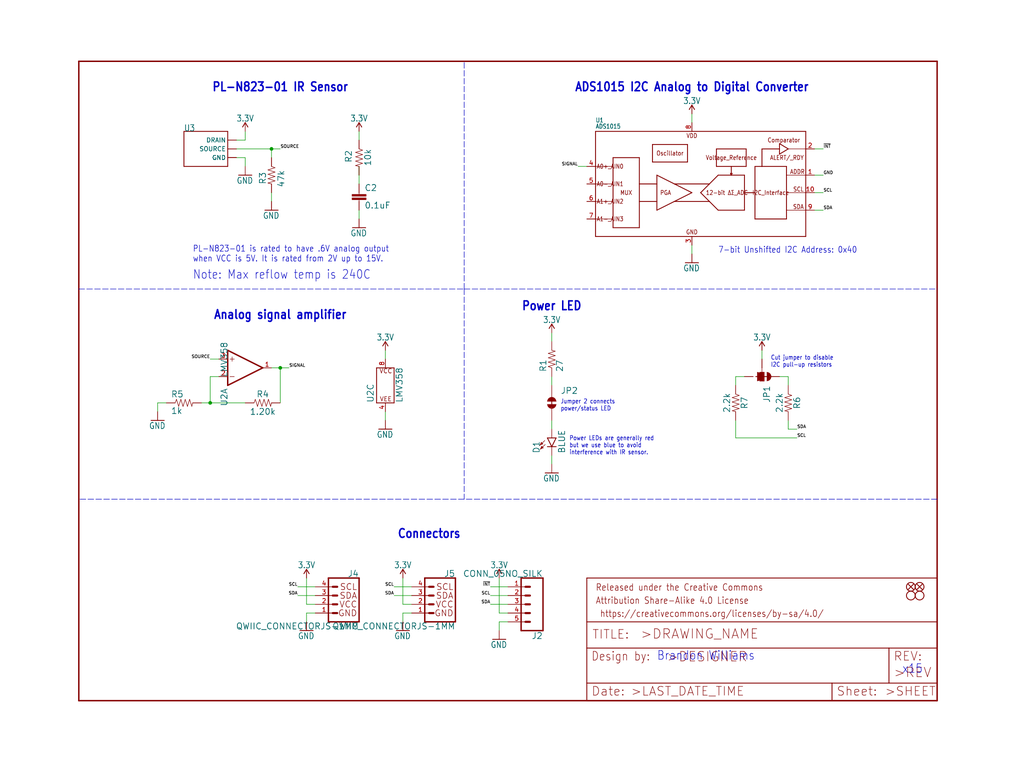
<source format=kicad_sch>
(kicad_sch (version 20211123) (generator eeschema)
  (paper "User" 297.002 223.926)
  (lib_symbols
    (symbol "eagleSchem-eagle-import:0.1UF-0603-25V-(+80{slash}-20%)"
      (property "Reference" "C" (at 1.524 2.921 0))
      (property "Value" "0.1UF-0603-25V-(+80{slash}-20%)" (at 1.524 -2.159 0))
      (symbol "0.1UF-0603-25V-(+80{slash}-20%)_1_0"
        (rectangle (start -2.032 0.508) (end 2.032 1.016) (fill (type outline)))
        (rectangle (start -2.032 1.524) (end 2.032 2.032) (fill (type outline)))
        (polyline (pts (xy 0 0) (xy 0 0.508)) (stroke (width 0.1524)))
        (polyline (pts (xy 0 2.54) (xy 0 2.032)) (stroke (width 0.1524)))
        (pin passive line (at 0 5.08 270) (length 2.54) (name "1") (number "1"))
        (pin passive line (at 0 -2.54 90) (length 2.54) (name "2") (number "2"))
      )
    )
    (symbol "eagleSchem-eagle-import:1.20KOHM-0603-1{slash}10W-1%"
      (property "Reference" "R" (at 0 1.524 0))
      (property "Value" "1.20KOHM-0603-1{slash}10W-1%" (at 0 -1.524 0))
      (symbol "1.20KOHM-0603-1{slash}10W-1%_1_0"
        (polyline (pts (xy -2.54 0) (xy -2.159 1.016)) (stroke (width 0.1524)))
        (polyline (pts (xy -2.159 1.016) (xy -1.524 -1.016)) (stroke (width 0.1524)))
        (polyline (pts (xy -1.524 -1.016) (xy -0.889 1.016)) (stroke (width 0.1524)))
        (polyline (pts (xy -0.889 1.016) (xy -0.254 -1.016)) (stroke (width 0.1524)))
        (polyline (pts (xy -0.254 -1.016) (xy 0.381 1.016)) (stroke (width 0.1524)))
        (polyline (pts (xy 0.381 1.016) (xy 1.016 -1.016)) (stroke (width 0.1524)))
        (polyline (pts (xy 1.016 -1.016) (xy 1.651 1.016)) (stroke (width 0.1524)))
        (polyline (pts (xy 1.651 1.016) (xy 2.286 -1.016)) (stroke (width 0.1524)))
        (polyline (pts (xy 2.286 -1.016) (xy 2.54 0)) (stroke (width 0.1524)))
        (pin passive line (at -5.08 0 0) (length 2.54) (name "1") (number "1"))
        (pin passive line (at 5.08 0 180) (length 2.54) (name "2") (number "2"))
      )
    )
    (symbol "eagleSchem-eagle-import:10KOHM-0603-1{slash}10W-1%"
      (property "Reference" "R" (at 0 1.524 0))
      (property "Value" "10KOHM-0603-1{slash}10W-1%" (at 0 -1.524 0))
      (symbol "10KOHM-0603-1{slash}10W-1%_1_0"
        (polyline (pts (xy -2.54 0) (xy -2.159 1.016)) (stroke (width 0.1524)))
        (polyline (pts (xy -2.159 1.016) (xy -1.524 -1.016)) (stroke (width 0.1524)))
        (polyline (pts (xy -1.524 -1.016) (xy -0.889 1.016)) (stroke (width 0.1524)))
        (polyline (pts (xy -0.889 1.016) (xy -0.254 -1.016)) (stroke (width 0.1524)))
        (polyline (pts (xy -0.254 -1.016) (xy 0.381 1.016)) (stroke (width 0.1524)))
        (polyline (pts (xy 0.381 1.016) (xy 1.016 -1.016)) (stroke (width 0.1524)))
        (polyline (pts (xy 1.016 -1.016) (xy 1.651 1.016)) (stroke (width 0.1524)))
        (polyline (pts (xy 1.651 1.016) (xy 2.286 -1.016)) (stroke (width 0.1524)))
        (polyline (pts (xy 2.286 -1.016) (xy 2.54 0)) (stroke (width 0.1524)))
        (pin passive line (at -5.08 0 0) (length 2.54) (name "1") (number "1"))
        (pin passive line (at 5.08 0 180) (length 2.54) (name "2") (number "2"))
      )
    )
    (symbol "eagleSchem-eagle-import:1KOHM-0603-1{slash}10W-1%"
      (property "Reference" "R" (at 0 1.524 0))
      (property "Value" "1KOHM-0603-1{slash}10W-1%" (at 0 -1.524 0))
      (symbol "1KOHM-0603-1{slash}10W-1%_1_0"
        (polyline (pts (xy -2.54 0) (xy -2.159 1.016)) (stroke (width 0.1524)))
        (polyline (pts (xy -2.159 1.016) (xy -1.524 -1.016)) (stroke (width 0.1524)))
        (polyline (pts (xy -1.524 -1.016) (xy -0.889 1.016)) (stroke (width 0.1524)))
        (polyline (pts (xy -0.889 1.016) (xy -0.254 -1.016)) (stroke (width 0.1524)))
        (polyline (pts (xy -0.254 -1.016) (xy 0.381 1.016)) (stroke (width 0.1524)))
        (polyline (pts (xy 0.381 1.016) (xy 1.016 -1.016)) (stroke (width 0.1524)))
        (polyline (pts (xy 1.016 -1.016) (xy 1.651 1.016)) (stroke (width 0.1524)))
        (polyline (pts (xy 1.651 1.016) (xy 2.286 -1.016)) (stroke (width 0.1524)))
        (polyline (pts (xy 2.286 -1.016) (xy 2.54 0)) (stroke (width 0.1524)))
        (pin passive line (at -5.08 0 0) (length 2.54) (name "1") (number "1"))
        (pin passive line (at 5.08 0 180) (length 2.54) (name "2") (number "2"))
      )
    )
    (symbol "eagleSchem-eagle-import:2.2KOHM-0603-1{slash}10W-1%"
      (property "Reference" "R" (at 0 1.524 0))
      (property "Value" "2.2KOHM-0603-1{slash}10W-1%" (at 0 -1.524 0))
      (symbol "2.2KOHM-0603-1{slash}10W-1%_1_0"
        (polyline (pts (xy -2.54 0) (xy -2.159 1.016)) (stroke (width 0.1524)))
        (polyline (pts (xy -2.159 1.016) (xy -1.524 -1.016)) (stroke (width 0.1524)))
        (polyline (pts (xy -1.524 -1.016) (xy -0.889 1.016)) (stroke (width 0.1524)))
        (polyline (pts (xy -0.889 1.016) (xy -0.254 -1.016)) (stroke (width 0.1524)))
        (polyline (pts (xy -0.254 -1.016) (xy 0.381 1.016)) (stroke (width 0.1524)))
        (polyline (pts (xy 0.381 1.016) (xy 1.016 -1.016)) (stroke (width 0.1524)))
        (polyline (pts (xy 1.016 -1.016) (xy 1.651 1.016)) (stroke (width 0.1524)))
        (polyline (pts (xy 1.651 1.016) (xy 2.286 -1.016)) (stroke (width 0.1524)))
        (polyline (pts (xy 2.286 -1.016) (xy 2.54 0)) (stroke (width 0.1524)))
        (pin passive line (at -5.08 0 0) (length 2.54) (name "1") (number "1"))
        (pin passive line (at 5.08 0 180) (length 2.54) (name "2") (number "2"))
      )
    )
    (symbol "eagleSchem-eagle-import:27OHM-0603-1{slash}10W-1%"
      (property "Reference" "R" (at 0 1.524 0))
      (property "Value" "27OHM-0603-1{slash}10W-1%" (at 0 -1.524 0))
      (symbol "27OHM-0603-1{slash}10W-1%_1_0"
        (polyline (pts (xy -2.54 0) (xy -2.159 1.016)) (stroke (width 0.1524)))
        (polyline (pts (xy -2.159 1.016) (xy -1.524 -1.016)) (stroke (width 0.1524)))
        (polyline (pts (xy -1.524 -1.016) (xy -0.889 1.016)) (stroke (width 0.1524)))
        (polyline (pts (xy -0.889 1.016) (xy -0.254 -1.016)) (stroke (width 0.1524)))
        (polyline (pts (xy -0.254 -1.016) (xy 0.381 1.016)) (stroke (width 0.1524)))
        (polyline (pts (xy 0.381 1.016) (xy 1.016 -1.016)) (stroke (width 0.1524)))
        (polyline (pts (xy 1.016 -1.016) (xy 1.651 1.016)) (stroke (width 0.1524)))
        (polyline (pts (xy 1.651 1.016) (xy 2.286 -1.016)) (stroke (width 0.1524)))
        (polyline (pts (xy 2.286 -1.016) (xy 2.54 0)) (stroke (width 0.1524)))
        (pin passive line (at -5.08 0 0) (length 2.54) (name "1") (number "1"))
        (pin passive line (at 5.08 0 180) (length 2.54) (name "2") (number "2"))
      )
    )
    (symbol "eagleSchem-eagle-import:3.3V" (power)
      (property "Value" "3.3V" (at 0 2.794 0))
      (symbol "3.3V_1_0"
        (polyline (pts (xy 0 2.54) (xy -0.762 1.27)) (stroke (width 0.254)))
        (polyline (pts (xy 0.762 1.27) (xy 0 2.54)) (stroke (width 0.254)))
        (pin power_in line (at 0 0 90) (length 2.54) (name "3.3V") (number "1"))
      )
    )
    (symbol "eagleSchem-eagle-import:47KOHM-0603-1{slash}10W-1%"
      (property "Reference" "R" (at 0 1.524 0))
      (property "Value" "47KOHM-0603-1{slash}10W-1%" (at 0 -1.524 0))
      (symbol "47KOHM-0603-1{slash}10W-1%_1_0"
        (polyline (pts (xy -2.54 0) (xy -2.159 1.016)) (stroke (width 0.1524)))
        (polyline (pts (xy -2.159 1.016) (xy -1.524 -1.016)) (stroke (width 0.1524)))
        (polyline (pts (xy -1.524 -1.016) (xy -0.889 1.016)) (stroke (width 0.1524)))
        (polyline (pts (xy -0.889 1.016) (xy -0.254 -1.016)) (stroke (width 0.1524)))
        (polyline (pts (xy -0.254 -1.016) (xy 0.381 1.016)) (stroke (width 0.1524)))
        (polyline (pts (xy 0.381 1.016) (xy 1.016 -1.016)) (stroke (width 0.1524)))
        (polyline (pts (xy 1.016 -1.016) (xy 1.651 1.016)) (stroke (width 0.1524)))
        (polyline (pts (xy 1.651 1.016) (xy 2.286 -1.016)) (stroke (width 0.1524)))
        (polyline (pts (xy 2.286 -1.016) (xy 2.54 0)) (stroke (width 0.1524)))
        (pin passive line (at -5.08 0 0) (length 2.54) (name "1") (number "1"))
        (pin passive line (at 5.08 0 180) (length 2.54) (name "2") (number "2"))
      )
    )
    (symbol "eagleSchem-eagle-import:ADS1015"
      (property "Reference" "U" (at 2.54 33.02 0))
      (property "Value" "ADS1015" (at 2.54 31.242 0))
      (symbol "ADS1015_1_0"
        (polyline (pts (xy 2.54 0) (xy 63.5 0)) (stroke (width 0.254)))
        (polyline (pts (xy 2.54 5.08) (xy 2.54 0)) (stroke (width 0.254)))
        (polyline (pts (xy 2.54 5.08) (xy 7.62 5.08)) (stroke (width 0.1524)))
        (polyline (pts (xy 2.54 10.16) (xy 2.54 5.08)) (stroke (width 0.254)))
        (polyline (pts (xy 2.54 10.16) (xy 7.62 10.16)) (stroke (width 0.1524)))
        (polyline (pts (xy 2.54 15.24) (xy 2.54 10.16)) (stroke (width 0.254)))
        (polyline (pts (xy 2.54 15.24) (xy 7.62 15.24)) (stroke (width 0.1524)))
        (polyline (pts (xy 2.54 20.32) (xy 2.54 15.24)) (stroke (width 0.254)))
        (polyline (pts (xy 2.54 20.32) (xy 7.62 20.32)) (stroke (width 0.1524)))
        (polyline (pts (xy 2.54 30.48) (xy 2.54 20.32)) (stroke (width 0.254)))
        (polyline (pts (xy 7.62 2.54) (xy 7.62 5.08)) (stroke (width 0.254)))
        (polyline (pts (xy 7.62 5.08) (xy 7.62 10.16)) (stroke (width 0.254)))
        (polyline (pts (xy 7.62 10.16) (xy 7.62 15.24)) (stroke (width 0.254)))
        (polyline (pts (xy 7.62 15.24) (xy 7.62 20.32)) (stroke (width 0.254)))
        (polyline (pts (xy 7.62 20.32) (xy 7.62 22.86)) (stroke (width 0.254)))
        (polyline (pts (xy 7.62 22.86) (xy 15.24 22.86)) (stroke (width 0.254)))
        (polyline (pts (xy 15.24 2.54) (xy 7.62 2.54)) (stroke (width 0.254)))
        (polyline (pts (xy 15.24 10.16) (xy 15.24 2.54)) (stroke (width 0.254)))
        (polyline (pts (xy 15.24 10.16) (xy 20.32 10.16)) (stroke (width 0.254)))
        (polyline (pts (xy 15.24 15.24) (xy 15.24 10.16)) (stroke (width 0.254)))
        (polyline (pts (xy 15.24 15.24) (xy 20.32 15.24)) (stroke (width 0.254)))
        (polyline (pts (xy 15.24 22.86) (xy 15.24 15.24)) (stroke (width 0.254)))
        (polyline (pts (xy 19.05 21.59) (xy 29.21 21.59)) (stroke (width 0.254)))
        (polyline (pts (xy 19.05 26.67) (xy 19.05 21.59)) (stroke (width 0.254)))
        (polyline (pts (xy 20.32 7.62) (xy 25.4 10.16)) (stroke (width 0.254)))
        (polyline (pts (xy 20.32 17.78) (xy 20.32 7.62)) (stroke (width 0.254)))
        (polyline (pts (xy 25.4 10.16) (xy 30.48 12.7)) (stroke (width 0.254)))
        (polyline (pts (xy 25.4 10.16) (xy 35.56 10.16)) (stroke (width 0.254)))
        (polyline (pts (xy 25.4 15.24) (xy 20.32 17.78)) (stroke (width 0.254)))
        (polyline (pts (xy 25.4 15.24) (xy 35.56 15.24)) (stroke (width 0.254)))
        (polyline (pts (xy 29.21 21.59) (xy 29.21 26.67)) (stroke (width 0.254)))
        (polyline (pts (xy 29.21 26.67) (xy 19.05 26.67)) (stroke (width 0.254)))
        (polyline (pts (xy 30.48 12.7) (xy 25.4 15.24)) (stroke (width 0.254)))
        (polyline (pts (xy 33.02 12.7) (xy 35.56 15.24)) (stroke (width 0.254)))
        (polyline (pts (xy 35.56 10.16) (xy 33.02 12.7)) (stroke (width 0.254)))
        (polyline (pts (xy 35.56 15.24) (xy 38.1 17.78)) (stroke (width 0.254)))
        (polyline (pts (xy 37.592 20.32) (xy 41.91 20.32)) (stroke (width 0.254)))
        (polyline (pts (xy 37.592 25.4) (xy 37.592 20.32)) (stroke (width 0.254)))
        (polyline (pts (xy 38.1 7.62) (xy 35.56 10.16)) (stroke (width 0.254)))
        (polyline (pts (xy 38.1 17.78) (xy 41.91 17.78)) (stroke (width 0.254)))
        (polyline (pts (xy 41.656 18.288) (xy 41.91 17.78)) (stroke (width 0.254)))
        (polyline (pts (xy 41.91 17.78) (xy 42.164 18.288)) (stroke (width 0.254)))
        (polyline (pts (xy 41.91 17.78) (xy 45.72 17.78)) (stroke (width 0.254)))
        (polyline (pts (xy 41.91 20.32) (xy 41.91 17.78)) (stroke (width 0.254)))
        (polyline (pts (xy 41.91 20.32) (xy 46.228 20.32)) (stroke (width 0.254)))
        (polyline (pts (xy 42.164 18.288) (xy 41.656 18.288)) (stroke (width 0.254)))
        (polyline (pts (xy 45.72 7.62) (xy 38.1 7.62)) (stroke (width 0.254)))
        (polyline (pts (xy 45.72 12.7) (xy 45.72 7.62)) (stroke (width 0.254)))
        (polyline (pts (xy 45.72 12.7) (xy 48.768 12.7)) (stroke (width 0.254)))
        (polyline (pts (xy 45.72 17.78) (xy 45.72 12.7)) (stroke (width 0.254)))
        (polyline (pts (xy 46.228 20.32) (xy 46.228 25.4)) (stroke (width 0.254)))
        (polyline (pts (xy 46.228 25.4) (xy 37.592 25.4)) (stroke (width 0.254)))
        (polyline (pts (xy 48.768 5.08) (xy 57.912 5.08)) (stroke (width 0.254)))
        (polyline (pts (xy 48.768 12.7) (xy 48.768 5.08)) (stroke (width 0.254)))
        (polyline (pts (xy 48.768 20.32) (xy 48.768 12.7)) (stroke (width 0.254)))
        (polyline (pts (xy 50.8 20.32) (xy 48.768 20.32)) (stroke (width 0.254)))
        (polyline (pts (xy 50.8 20.32) (xy 50.8 25.4)) (stroke (width 0.254)))
        (polyline (pts (xy 50.8 25.4) (xy 55.88 25.4)) (stroke (width 0.254)))
        (polyline (pts (xy 55.88 23.876) (xy 55.88 25.4)) (stroke (width 0.254)))
        (polyline (pts (xy 55.88 25.4) (xy 55.88 26.924)) (stroke (width 0.254)))
        (polyline (pts (xy 55.88 26.924) (xy 58.42 25.4)) (stroke (width 0.254)))
        (polyline (pts (xy 57.912 5.08) (xy 57.912 7.62)) (stroke (width 0.254)))
        (polyline (pts (xy 57.912 7.62) (xy 57.912 12.7)) (stroke (width 0.254)))
        (polyline (pts (xy 57.912 7.62) (xy 63.5 7.62)) (stroke (width 0.1524)))
        (polyline (pts (xy 57.912 12.7) (xy 57.912 17.78)) (stroke (width 0.254)))
        (polyline (pts (xy 57.912 12.7) (xy 63.5 12.7)) (stroke (width 0.1524)))
        (polyline (pts (xy 57.912 17.78) (xy 57.912 20.32)) (stroke (width 0.254)))
        (polyline (pts (xy 57.912 17.78) (xy 63.5 17.78)) (stroke (width 0.1524)))
        (polyline (pts (xy 57.912 20.32) (xy 50.8 20.32)) (stroke (width 0.254)))
        (polyline (pts (xy 58.42 25.4) (xy 55.88 23.876)) (stroke (width 0.254)))
        (polyline (pts (xy 58.42 25.4) (xy 63.5 25.4)) (stroke (width 0.1524)))
        (polyline (pts (xy 63.5 0) (xy 63.5 7.62)) (stroke (width 0.254)))
        (polyline (pts (xy 63.5 7.62) (xy 63.5 12.7)) (stroke (width 0.254)))
        (polyline (pts (xy 63.5 12.7) (xy 63.5 17.78)) (stroke (width 0.254)))
        (polyline (pts (xy 63.5 17.78) (xy 63.5 25.4)) (stroke (width 0.254)))
        (polyline (pts (xy 63.5 25.4) (xy 63.5 30.48)) (stroke (width 0.254)))
        (polyline (pts (xy 63.5 30.48) (xy 2.54 30.48)) (stroke (width 0.254)))
        (text "12-bit ΔΣ_ADC" (at 40.64 12.7 0) (effects (font (size 1.27 1.0795))))
        (text "A0+_AIN0" (at 2.794 20.32 0) (effects (font (size 1.27 1.0795)) (justify left)))
        (text "A0-_AIN1" (at 2.794 15.24 0) (effects (font (size 1.27 1.0795)) (justify left)))
        (text "A1+_AIN2" (at 2.794 10.16 0) (effects (font (size 1.27 1.0795)) (justify left)))
        (text "A1-_AIN3" (at 2.794 5.08 0) (effects (font (size 1.27 1.0795)) (justify left)))
        (text "ADDR" (at 63.246 18.034 0) (effects (font (size 1.27 1.0795)) (justify right bottom)))
        (text "ALERT/_RDY" (at 62.992 22.86 0) (effects (font (size 1.27 1.0795)) (justify right)))
        (text "Comparator" (at 57.15 27.94 0) (effects (font (size 1.27 1.0795))))
        (text "GND" (at 30.48 1.27 0) (effects (font (size 1.27 1.0795))))
        (text "I2C_Interface" (at 53.34 12.7 0) (effects (font (size 1.27 1.0795))))
        (text "MUX" (at 11.43 12.7 0) (effects (font (size 1.27 1.0795))))
        (text "Oscillator" (at 24.13 24.13 0) (effects (font (size 1.27 1.0795))))
        (text "PGA" (at 22.86 12.7 0) (effects (font (size 1.27 1.0795))))
        (text "SCL" (at 62.992 12.954 0) (effects (font (size 1.27 1.0795)) (justify right bottom)))
        (text "SDA" (at 62.992 7.874 0) (effects (font (size 1.27 1.0795)) (justify right bottom)))
        (text "VDD" (at 30.48 29.21 0) (effects (font (size 1.27 1.0795))))
        (text "Voltage_Reference" (at 41.91 22.86 0) (effects (font (size 1.27 1.0795))))
        (pin bidirectional line (at 66.04 17.78 180) (length 2.54) (name "ADDR") (number "1"))
        (pin bidirectional line (at 66.04 12.7 180) (length 2.54) (name "SCL") (number "10"))
        (pin bidirectional line (at 66.04 25.4 180) (length 2.54) (name "ALERT/RDY") (number "2"))
        (pin bidirectional line (at 30.48 -2.54 90) (length 2.54) (name "VSS") (number "3"))
        (pin bidirectional line (at 0 20.32 0) (length 2.54) (name "AIN0") (number "4"))
        (pin bidirectional line (at 0 15.24 0) (length 2.54) (name "AIN1") (number "5"))
        (pin bidirectional line (at 0 10.16 0) (length 2.54) (name "AIN2") (number "6"))
        (pin bidirectional line (at 0 5.08 0) (length 2.54) (name "AIN3") (number "7"))
        (pin bidirectional line (at 30.48 33.02 270) (length 2.54) (name "VDD") (number "8"))
        (pin bidirectional line (at 66.04 7.62 180) (length 2.54) (name "SDA") (number "9"))
      )
    )
    (symbol "eagleSchem-eagle-import:CONN_05NO_SILK"
      (property "Reference" "J" (at -2.54 8.128 0))
      (property "Value" "CONN_05NO_SILK" (at -2.54 -9.906 0))
      (symbol "CONN_05NO_SILK_1_0"
        (polyline (pts (xy -2.54 7.62) (xy -2.54 -7.62)) (stroke (width 0.4064)))
        (polyline (pts (xy -2.54 7.62) (xy 3.81 7.62)) (stroke (width 0.4064)))
        (polyline (pts (xy 1.27 -5.08) (xy 2.54 -5.08)) (stroke (width 0.6096)))
        (polyline (pts (xy 1.27 -2.54) (xy 2.54 -2.54)) (stroke (width 0.6096)))
        (polyline (pts (xy 1.27 0) (xy 2.54 0)) (stroke (width 0.6096)))
        (polyline (pts (xy 1.27 2.54) (xy 2.54 2.54)) (stroke (width 0.6096)))
        (polyline (pts (xy 1.27 5.08) (xy 2.54 5.08)) (stroke (width 0.6096)))
        (polyline (pts (xy 3.81 -7.62) (xy -2.54 -7.62)) (stroke (width 0.4064)))
        (polyline (pts (xy 3.81 -7.62) (xy 3.81 7.62)) (stroke (width 0.4064)))
        (pin passive line (at 7.62 -5.08 180) (length 5.08) (name "1") (number "1"))
        (pin passive line (at 7.62 -2.54 180) (length 5.08) (name "2") (number "2"))
        (pin passive line (at 7.62 0 180) (length 5.08) (name "3") (number "3"))
        (pin passive line (at 7.62 2.54 180) (length 5.08) (name "4") (number "4"))
        (pin passive line (at 7.62 5.08 180) (length 5.08) (name "5") (number "5"))
      )
    )
    (symbol "eagleSchem-eagle-import:FIDUCIALUFIDUCIAL"
      (symbol "FIDUCIALUFIDUCIAL_1_0"
        (polyline (pts (xy -0.762 0.762) (xy 0.762 -0.762)) (stroke (width 0.254)))
        (polyline (pts (xy 0.762 0.762) (xy -0.762 -0.762)) (stroke (width 0.254)))
        (circle (center 0 0) (radius 1.27) (stroke (width 0.254)))
      )
    )
    (symbol "eagleSchem-eagle-import:FRAME-LETTERNO_PACKAGE"
      (symbol "FRAME-LETTERNO_PACKAGE_1_0"
        (polyline (pts (xy 0 0) (xy 248.92 0)) (stroke (width 0.4064)))
        (polyline (pts (xy 0 185.42) (xy 0 0)) (stroke (width 0.4064)))
        (polyline (pts (xy 0 185.42) (xy 248.92 185.42)) (stroke (width 0.4064)))
        (polyline (pts (xy 248.92 185.42) (xy 248.92 0)) (stroke (width 0.4064)))
      )
      (symbol "FRAME-LETTERNO_PACKAGE_2_0"
        (polyline (pts (xy 0 0) (xy 0 5.08)) (stroke (width 0.254)))
        (polyline (pts (xy 0 0) (xy 71.12 0)) (stroke (width 0.254)))
        (polyline (pts (xy 0 5.08) (xy 0 15.24)) (stroke (width 0.254)))
        (polyline (pts (xy 0 5.08) (xy 71.12 5.08)) (stroke (width 0.254)))
        (polyline (pts (xy 0 15.24) (xy 0 22.86)) (stroke (width 0.254)))
        (polyline (pts (xy 0 22.86) (xy 0 35.56)) (stroke (width 0.254)))
        (polyline (pts (xy 0 22.86) (xy 101.6 22.86)) (stroke (width 0.254)))
        (polyline (pts (xy 71.12 0) (xy 101.6 0)) (stroke (width 0.254)))
        (polyline (pts (xy 71.12 5.08) (xy 71.12 0)) (stroke (width 0.254)))
        (polyline (pts (xy 71.12 5.08) (xy 87.63 5.08)) (stroke (width 0.254)))
        (polyline (pts (xy 87.63 5.08) (xy 101.6 5.08)) (stroke (width 0.254)))
        (polyline (pts (xy 87.63 15.24) (xy 0 15.24)) (stroke (width 0.254)))
        (polyline (pts (xy 87.63 15.24) (xy 87.63 5.08)) (stroke (width 0.254)))
        (polyline (pts (xy 101.6 5.08) (xy 101.6 0)) (stroke (width 0.254)))
        (polyline (pts (xy 101.6 15.24) (xy 87.63 15.24)) (stroke (width 0.254)))
        (polyline (pts (xy 101.6 15.24) (xy 101.6 5.08)) (stroke (width 0.254)))
        (polyline (pts (xy 101.6 22.86) (xy 101.6 15.24)) (stroke (width 0.254)))
        (polyline (pts (xy 101.6 35.56) (xy 0 35.56)) (stroke (width 0.254)))
        (polyline (pts (xy 101.6 35.56) (xy 101.6 22.86)) (stroke (width 0.254)))
        (text " https://creativecommons.org/licenses/by-sa/4.0/" (at 2.54 24.13 0) (effects (font (size 1.9304 1.6408)) (justify left bottom)))
        (text ">DESIGNER" (at 23.114 11.176 0) (effects (font (size 2.7432 2.7432)) (justify left bottom)))
        (text ">DRAWING_NAME" (at 15.494 17.78 0) (effects (font (size 2.7432 2.7432)) (justify left bottom)))
        (text ">LAST_DATE_TIME" (at 12.7 1.27 0) (effects (font (size 2.54 2.54)) (justify left bottom)))
        (text ">REV" (at 88.9 6.604 0) (effects (font (size 2.7432 2.7432)) (justify left bottom)))
        (text ">SHEET" (at 86.36 1.27 0) (effects (font (size 2.54 2.54)) (justify left bottom)))
        (text "Attribution Share-Alike 4.0 License" (at 2.54 27.94 0) (effects (font (size 1.9304 1.6408)) (justify left bottom)))
        (text "Date:" (at 1.27 1.27 0) (effects (font (size 2.54 2.54)) (justify left bottom)))
        (text "Design by:" (at 1.27 11.43 0) (effects (font (size 2.54 2.159)) (justify left bottom)))
        (text "Released under the Creative Commons" (at 2.54 31.75 0) (effects (font (size 1.9304 1.6408)) (justify left bottom)))
        (text "REV:" (at 88.9 11.43 0) (effects (font (size 2.54 2.54)) (justify left bottom)))
        (text "Sheet:" (at 72.39 1.27 0) (effects (font (size 2.54 2.54)) (justify left bottom)))
        (text "TITLE:" (at 1.524 17.78 0) (effects (font (size 2.54 2.54)) (justify left bottom)))
      )
    )
    (symbol "eagleSchem-eagle-import:GND" (power)
      (property "Value" "GND" (at 0 -0.254 0))
      (symbol "GND_1_0"
        (polyline (pts (xy -1.905 0) (xy 1.905 0)) (stroke (width 0.254)))
        (pin power_in line (at 0 2.54 270) (length 2.54) (name "GND") (number "1"))
      )
    )
    (symbol "eagleSchem-eagle-import:JUMPER-SMT_2_NC_TRACE_SILK"
      (property "Reference" "JP" (at -2.54 2.54 0))
      (property "Value" "JUMPER-SMT_2_NC_TRACE_SILK" (at -2.54 -2.54 0))
      (symbol "JUMPER-SMT_2_NC_TRACE_SILK_1_0"
        (arc (start -0.381 1.2699) (mid -1.6508 0) (end -0.381 -1.2699) (stroke (width 0.0001)) (fill (type outline)))
        (polyline (pts (xy -2.54 0) (xy -1.651 0)) (stroke (width 0.1524)))
        (polyline (pts (xy -0.762 0) (xy 1.016 0)) (stroke (width 0.254)))
        (polyline (pts (xy 2.54 0) (xy 1.651 0)) (stroke (width 0.1524)))
        (arc (start 0.381 -1.2698) (mid 1.279 -0.898) (end 1.6509 0) (stroke (width 0.0001)) (fill (type outline)))
        (arc (start 1.651 0) (mid 1.2789 0.8979) (end 0.381 1.2699) (stroke (width 0.0001)) (fill (type outline)))
        (pin passive line (at -5.08 0 0) (length 2.54) (name "1") (number "1"))
        (pin passive line (at 5.08 0 180) (length 2.54) (name "2") (number "2"))
      )
    )
    (symbol "eagleSchem-eagle-import:JUMPER-SMT_3_2-NC_TRACE_SILK"
      (property "Reference" "JP" (at 2.54 0.381 0))
      (property "Value" "JUMPER-SMT_3_2-NC_TRACE_SILK" (at 2.54 -0.381 0))
      (symbol "JUMPER-SMT_3_2-NC_TRACE_SILK_1_0"
        (rectangle (start -1.27 -0.635) (end 1.27 0.635) (fill (type outline)))
        (polyline (pts (xy -2.54 0) (xy -1.27 0)) (stroke (width 0.1524)))
        (polyline (pts (xy -1.27 -0.635) (xy -1.27 0)) (stroke (width 0.1524)))
        (polyline (pts (xy -1.27 0) (xy -1.27 0.635)) (stroke (width 0.1524)))
        (polyline (pts (xy -1.27 0.635) (xy 1.27 0.635)) (stroke (width 0.1524)))
        (polyline (pts (xy 0 2.032) (xy 0 -1.778)) (stroke (width 0.254)))
        (polyline (pts (xy 1.27 -0.635) (xy -1.27 -0.635)) (stroke (width 0.1524)))
        (polyline (pts (xy 1.27 0.635) (xy 1.27 -0.635)) (stroke (width 0.1524)))
        (arc (start 0 2.667) (mid -0.898 2.295) (end -1.27 1.397) (stroke (width 0.0001)) (fill (type outline)))
        (arc (start 1.27 -1.397) (mid 0 -0.127) (end -1.27 -1.397) (stroke (width 0.0001)) (fill (type outline)))
        (arc (start 1.27 1.397) (mid 0.898 2.295) (end 0 2.667) (stroke (width 0.0001)) (fill (type outline)))
        (pin passive line (at 0 5.08 270) (length 2.54) (name "1") (number "1"))
        (pin passive line (at -5.08 0 0) (length 2.54) (name "2") (number "2"))
        (pin passive line (at 0 -5.08 90) (length 2.54) (name "3") (number "3"))
      )
    )
    (symbol "eagleSchem-eagle-import:LED-BLUE0603"
      (property "Reference" "D" (at -3.429 -4.572 90))
      (property "Value" "LED-BLUE0603" (at 1.905 -4.572 90))
      (symbol "LED-BLUE0603_1_0"
        (polyline (pts (xy -2.032 -0.762) (xy -3.429 -2.159)) (stroke (width 0.1524)))
        (polyline (pts (xy -1.905 -1.905) (xy -3.302 -3.302)) (stroke (width 0.1524)))
        (polyline (pts (xy 0 -2.54) (xy -1.27 -2.54)) (stroke (width 0.254)))
        (polyline (pts (xy 0 -2.54) (xy -1.27 0)) (stroke (width 0.254)))
        (polyline (pts (xy 1.27 -2.54) (xy 0 -2.54)) (stroke (width 0.254)))
        (polyline (pts (xy 1.27 0) (xy -1.27 0)) (stroke (width 0.254)))
        (polyline (pts (xy 1.27 0) (xy 0 -2.54)) (stroke (width 0.254)))
        (polyline (pts (xy -3.429 -2.159) (xy -3.048 -1.27) (xy -2.54 -1.778)) (fill (type outline)))
        (polyline (pts (xy -3.302 -3.302) (xy -2.921 -2.413) (xy -2.413 -2.921)) (fill (type outline)))
        (pin passive line (at 0 2.54 270) (length 2.54) (name "A") (number "A"))
        (pin passive line (at 0 -5.08 90) (length 2.54) (name "C") (number "C"))
      )
    )
    (symbol "eagleSchem-eagle-import:LMV358SOIC"
      (property "Reference" "U" (at -3.302 -5.08 90))
      (property "Value" "LMV358SOIC" (at 5.08 -5.08 90))
      (symbol "LMV358SOIC_1_0"
        (polyline (pts (xy -5.08 -5.08) (xy 5.08 0)) (stroke (width 0.4064)))
        (polyline (pts (xy -5.08 5.08) (xy -5.08 -5.08)) (stroke (width 0.4064)))
        (polyline (pts (xy -4.445 -2.54) (xy -3.175 -2.54)) (stroke (width 0.1524)))
        (polyline (pts (xy -4.445 2.54) (xy -3.175 2.54)) (stroke (width 0.1524)))
        (polyline (pts (xy -3.81 -1.905) (xy -3.81 -3.175)) (stroke (width 0.1524)))
        (polyline (pts (xy 5.08 0) (xy -5.08 5.08)) (stroke (width 0.4064)))
        (pin output line (at 7.62 0 180) (length 2.54) (name "OUT") (number "1"))
        (pin input line (at -7.62 2.54 0) (length 2.54) (name "-IN") (number "2"))
        (pin input line (at -7.62 -2.54 0) (length 2.54) (name "+IN") (number "3"))
      )
      (symbol "LMV358SOIC_2_0"
        (polyline (pts (xy -5.08 -5.08) (xy 5.08 0)) (stroke (width 0.4064)))
        (polyline (pts (xy -5.08 5.08) (xy -5.08 -5.08)) (stroke (width 0.4064)))
        (polyline (pts (xy -4.445 -2.54) (xy -3.175 -2.54)) (stroke (width 0.1524)))
        (polyline (pts (xy -4.445 2.54) (xy -3.175 2.54)) (stroke (width 0.1524)))
        (polyline (pts (xy -3.81 -1.905) (xy -3.81 -3.175)) (stroke (width 0.1524)))
        (polyline (pts (xy 5.08 0) (xy -5.08 5.08)) (stroke (width 0.4064)))
        (pin input line (at -7.62 -2.54 0) (length 2.54) (name "+IN") (number "5"))
        (pin input line (at -7.62 2.54 0) (length 2.54) (name "-IN") (number "6"))
        (pin output line (at 7.62 0 180) (length 2.54) (name "OUT") (number "7"))
      )
      (symbol "LMV358SOIC_3_0"
        (polyline (pts (xy -2.54 -5.08) (xy -2.54 5.08)) (stroke (width 0.254)))
        (polyline (pts (xy -2.54 5.08) (xy 2.54 5.08)) (stroke (width 0.254)))
        (polyline (pts (xy 2.54 -5.08) (xy -2.54 -5.08)) (stroke (width 0.254)))
        (polyline (pts (xy 2.54 5.08) (xy 2.54 -5.08)) (stroke (width 0.254)))
        (text "VCC" (at 0.127 3.429 0) (effects (font (size 1.27 1.27)) (justify bottom)))
        (text "VEE" (at 0.127 -4.699 0) (effects (font (size 1.27 1.27)) (justify bottom)))
        (pin bidirectional line (at 0 -7.62 90) (length 2.54) (name "P$V-") (number "4"))
        (pin bidirectional line (at 0 7.62 270) (length 2.54) (name "P$V+") (number "8"))
      )
    )
    (symbol "eagleSchem-eagle-import:PL-N823-01"
      (property "Reference" "U" (at -7.62 5.08 0))
      (property "Value" "PL-N823-01" (at -7.62 -7.62 0))
      (symbol "PL-N823-01_1_0"
        (polyline (pts (xy -7.62 -5.08) (xy 5.08 -5.08)) (stroke (width 0.254)))
        (polyline (pts (xy -7.62 5.08) (xy -7.62 -5.08)) (stroke (width 0.254)))
        (polyline (pts (xy 5.08 -5.08) (xy 5.08 5.08)) (stroke (width 0.254)))
        (polyline (pts (xy 5.08 5.08) (xy -7.62 5.08)) (stroke (width 0.254)))
        (pin input line (at 7.62 2.54 180) (length 2.54) (name "DRAIN") (number "DRAIN"))
        (pin power_in line (at 7.62 -2.54 180) (length 2.54) (name "GND") (number "GND@1"))
        (pin power_in line (at 7.62 -2.54 180) (length 2.54) (name "GND") (number "GND@2"))
        (pin output line (at 7.62 0 180) (length 2.54) (name "SOURCE") (number "SOURCE"))
      )
    )
    (symbol "eagleSchem-eagle-import:QWIIC_CONNECTORJS-1MM"
      (property "Reference" "J" (at -5.08 7.874 0))
      (property "Value" "QWIIC_CONNECTORJS-1MM" (at -5.08 -5.334 0))
      (symbol "QWIIC_CONNECTORJS-1MM_1_0"
        (polyline (pts (xy -5.08 7.62) (xy -5.08 -5.08)) (stroke (width 0.4064)))
        (polyline (pts (xy -5.08 7.62) (xy 3.81 7.62)) (stroke (width 0.4064)))
        (polyline (pts (xy 1.27 -2.54) (xy 2.54 -2.54)) (stroke (width 0.6096)))
        (polyline (pts (xy 1.27 0) (xy 2.54 0)) (stroke (width 0.6096)))
        (polyline (pts (xy 1.27 2.54) (xy 2.54 2.54)) (stroke (width 0.6096)))
        (polyline (pts (xy 1.27 5.08) (xy 2.54 5.08)) (stroke (width 0.6096)))
        (polyline (pts (xy 3.81 -5.08) (xy -5.08 -5.08)) (stroke (width 0.4064)))
        (polyline (pts (xy 3.81 -5.08) (xy 3.81 7.62)) (stroke (width 0.4064)))
        (text "GND" (at -4.572 -2.54 0) (effects (font (size 1.778 1.778)) (justify left)))
        (text "SCL" (at -4.572 5.08 0) (effects (font (size 1.778 1.778)) (justify left)))
        (text "SDA" (at -4.572 2.54 0) (effects (font (size 1.778 1.778)) (justify left)))
        (text "VCC" (at -4.572 0 0) (effects (font (size 1.778 1.778)) (justify left)))
        (pin power_in line (at 7.62 -2.54 180) (length 5.08) (name "1") (number "1"))
        (pin power_in line (at 7.62 0 180) (length 5.08) (name "2") (number "2"))
        (pin passive line (at 7.62 2.54 180) (length 5.08) (name "3") (number "3"))
        (pin passive line (at 7.62 5.08 180) (length 5.08) (name "4") (number "4"))
      )
    )
    (symbol "eagleSchem-eagle-import:STAND-OFFTIGHT"
      (symbol "STAND-OFFTIGHT_1_0"
        (circle (center 0 0) (radius 1.27) (stroke (width 0.254)))
      )
    )
  )
  (junction (at 60.96 116.84))
  (junction (at 81.28 106.68))
  (junction (at 78.74 43.18))
  (wire (pts (xy 104.14 40.64) (xy 104.14 38.1)))
  (wire (pts (xy 91.44 175.26) (xy 88.9 175.26)))
  (wire (pts (xy 170.18 48.26) (xy 167.64 48.26)))
  (wire (pts (xy 71.12 40.64) (xy 71.12 38.1)))
  (wire (pts (xy 119.38 172.72) (xy 114.3 172.72)))
  (wire (pts (xy 78.74 106.68) (xy 81.28 106.68)))
  (wire (pts (xy 116.84 180.34) (xy 116.84 177.8)))
  (wire (pts (xy 91.44 170.18) (xy 86.36 170.18)))
  (wire (pts (xy 228.6 109.22) (xy 228.6 111.76)))
  (wire (pts (xy 220.98 104.14) (xy 220.98 101.6)))
  (wire (pts (xy 213.36 109.22) (xy 213.36 111.76)))
  (wire (pts (xy 88.9 175.26) (xy 88.9 167.64)))
  (wire (pts (xy 104.14 50.8) (xy 104.14 53.34)))
  (wire (pts (xy 45.72 116.84) (xy 45.72 119.38)))
  (wire (pts (xy 111.76 119.38) (xy 111.76 121.92)))
  (wire (pts (xy 119.38 177.8) (xy 116.84 177.8)))
  (wire (pts (xy 78.74 45.72) (xy 78.74 43.18)))
  (wire (pts (xy 116.84 175.26) (xy 116.84 167.64)))
  (polyline (pts (xy 134.62 83.82) (xy 134.62 144.78)))
  (wire (pts (xy 81.28 106.68) (xy 83.82 106.68)))
  (wire (pts (xy 104.14 50.8) (xy 104.14 48.26)))
  (wire (pts (xy 104.14 60.96) (xy 104.14 63.5)))
  (wire (pts (xy 88.9 180.34) (xy 88.9 177.8)))
  (wire (pts (xy 78.74 43.18) (xy 81.28 43.18)))
  (wire (pts (xy 228.6 124.46) (xy 231.14 124.46)))
  (wire (pts (xy 215.9 109.22) (xy 213.36 109.22)))
  (wire (pts (xy 147.32 180.34) (xy 144.78 180.34)))
  (wire (pts (xy 213.36 121.92) (xy 213.36 127)))
  (wire (pts (xy 119.38 170.18) (xy 114.3 170.18)))
  (wire (pts (xy 91.44 177.8) (xy 88.9 177.8)))
  (wire (pts (xy 63.5 109.22) (xy 60.96 109.22)))
  (wire (pts (xy 48.26 116.84) (xy 45.72 116.84)))
  (wire (pts (xy 78.74 55.88) (xy 78.74 58.42)))
  (wire (pts (xy 68.58 40.64) (xy 71.12 40.64)))
  (wire (pts (xy 236.22 55.88) (xy 238.76 55.88)))
  (wire (pts (xy 236.22 60.96) (xy 238.76 60.96)))
  (wire (pts (xy 71.12 45.72) (xy 68.58 45.72)))
  (wire (pts (xy 147.32 175.26) (xy 142.24 175.26)))
  (wire (pts (xy 160.02 121.92) (xy 160.02 124.46)))
  (wire (pts (xy 78.74 43.18) (xy 68.58 43.18)))
  (wire (pts (xy 200.66 71.12) (xy 200.66 73.66)))
  (wire (pts (xy 111.76 101.6) (xy 111.76 104.14)))
  (wire (pts (xy 160.02 109.22) (xy 160.02 111.76)))
  (polyline (pts (xy 271.78 144.78) (xy 134.62 144.78)))
  (wire (pts (xy 144.78 177.8) (xy 144.78 167.64)))
  (polyline (pts (xy 134.62 83.82) (xy 271.78 83.82)))
  (wire (pts (xy 91.44 172.72) (xy 86.36 172.72)))
  (wire (pts (xy 147.32 177.8) (xy 144.78 177.8)))
  (polyline (pts (xy 134.62 83.82) (xy 134.62 17.78)))
  (wire (pts (xy 147.32 170.18) (xy 142.24 170.18)))
  (polyline (pts (xy 22.86 83.82) (xy 134.62 83.82)))
  (wire (pts (xy 160.02 132.08) (xy 160.02 134.62)))
  (wire (pts (xy 236.22 43.18) (xy 238.76 43.18)))
  (wire (pts (xy 60.96 116.84) (xy 58.42 116.84)))
  (wire (pts (xy 144.78 180.34) (xy 144.78 182.88)))
  (wire (pts (xy 213.36 127) (xy 231.14 127)))
  (wire (pts (xy 71.12 48.26) (xy 71.12 45.72)))
  (wire (pts (xy 228.6 121.92) (xy 228.6 124.46)))
  (wire (pts (xy 200.66 35.56) (xy 200.66 33.02)))
  (wire (pts (xy 236.22 50.8) (xy 238.76 50.8)))
  (wire (pts (xy 60.96 116.84) (xy 71.12 116.84)))
  (wire (pts (xy 81.28 116.84) (xy 81.28 106.68)))
  (polyline (pts (xy 134.62 144.78) (xy 22.86 144.78)))
  (wire (pts (xy 60.96 109.22) (xy 60.96 116.84)))
  (wire (pts (xy 119.38 175.26) (xy 116.84 175.26)))
  (wire (pts (xy 160.02 96.52) (xy 160.02 99.06)))
  (wire (pts (xy 147.32 172.72) (xy 142.24 172.72)))
  (wire (pts (xy 63.5 104.14) (xy 60.96 104.14)))
  (wire (pts (xy 226.06 109.22) (xy 228.6 109.22)))
  (text "ADS1015 I2C Analog to Digital Converter" (at 200.66 25.4 180) (effects (font (size 2.54 2.159) (thickness 0.4318) bold)))
  (text "Connectors" (at 124.46 154.94 180) (effects (font (size 2.54 2.159) (thickness 0.4318) bold)))
  (text "Brandon Williams" (at 190.5 191.77 180) (effects (font (size 2.54 2.159)) (justify left bottom)))
  (text "PL-N823-01 is rated to have .6V analog output\nwhen VCC is 5V. It is rated from 2V up to 15V." (at 55.88 76.2 180) (effects (font (size 1.778 1.5113)) (justify left bottom)))
  (text "7-bit Unshifted I2C Address: 0x40" (at 208.28 73.66 180) (effects (font (size 1.778 1.5113)) (justify left bottom)))
  (text "Power LED" (at 160.02 88.9 180) (effects (font (size 2.54 2.159) (thickness 0.4318) bold)))
  (text "Analog signal amplifier" (at 81.28 91.44 180) (effects (font (size 2.54 2.159) (thickness 0.4318) bold)))
  (text "Note: Max reflow temp is 240C" (at 55.88 81.28 180) (effects (font (size 2.54 2.159)) (justify left bottom)))
  (text "Power LEDs are generally red\nbut we use blue to avoid\ninterference with IR sensor." (at 165.1 132.08 180) (effects (font (size 1.27 1.0795)) (justify left bottom)))
  (text "PL-N823-01 IR Sensor" (at 81.28 25.4 180) (effects (font (size 2.54 2.159) (thickness 0.4318) bold)))
  (text "x15" (at 261.62 195.58 180) (effects (font (size 2.54 2.159)) (justify left bottom)))
  (text "Cut jumper to disable\nI2C pull-up resistors" (at 223.52 106.68 180) (effects (font (size 1.27 1.0795)) (justify left bottom)))
  (text "Jumper 2 connects\npower/status LED" (at 162.56 119.38 180) (effects (font (size 1.27 1.0795)) (justify left bottom)))
  (label "SDA" (at 231.14 124.46 0) (effects (font (size 0.889 0.889))))
  (label "GND" (at 238.76 50.8 0) (effects (font (size 0.889 0.889))))
  (label "~{INT}" (at 238.76 43.18 0) (effects (font (size 0.889 0.889))))
  (label "SDA" (at 142.24 175.26 180) (effects (font (size 0.889 0.889))))
  (label "SIGNAL" (at 167.64 48.26 180) (effects (font (size 0.889 0.889))))
  (label "SIGNAL" (at 83.82 106.68 0) (effects (font (size 0.889 0.889))))
  (label "SOURCE" (at 60.96 104.14 180) (effects (font (size 0.889 0.889))))
  (label "SDA" (at 238.76 60.96 0) (effects (font (size 0.889 0.889))))
  (label "SCL" (at 114.3 170.18 180) (effects (font (size 0.889 0.889))))
  (label "SCL" (at 142.24 172.72 180) (effects (font (size 0.889 0.889))))
  (label "SCL" (at 231.14 127 0) (effects (font (size 0.889 0.889))))
  (label "SDA" (at 86.36 172.72 180) (effects (font (size 0.889 0.889))))
  (label "SCL" (at 238.76 55.88 0) (effects (font (size 0.889 0.889))))
  (label "SCL" (at 86.36 170.18 180) (effects (font (size 0.889 0.889))))
  (label "SDA" (at 114.3 172.72 180) (effects (font (size 0.889 0.889))))
  (label "~{INT}" (at 142.24 170.18 180) (effects (font (size 0.889 0.889))))
  (label "SOURCE" (at 81.28 43.18 0) (effects (font (size 0.889 0.889))))
  (symbol (lib_id "eagleSchem-eagle-import:3.3V") (at 200.66 33.02 0) (unit 1)
    (property "Reference" "#SUPPLY11" (effects hide))
    (property "Value" "3.3V" (at 200.66 30.226 0) (effects (font (size 1.778 1.5113)) (justify bottom)))
    (property "Footprint" "eagleSchem:" (effects hide))
  )
  (symbol (lib_id "eagleSchem-eagle-import:3.3V") (at 144.78 167.64 0) (unit 1)
    (property "Reference" "#SUPPLY10" (effects hide))
    (property "Value" "3.3V" (at 144.78 164.846 0) (effects (font (size 1.778 1.5113)) (justify bottom)))
    (property "Footprint" "eagleSchem:" (effects hide))
  )
  (symbol (lib_id "eagleSchem-eagle-import:3.3V") (at 220.98 101.6 0) (unit 1)
    (property "Reference" "#SUPPLY16" (effects hide))
    (property "Value" "3.3V" (at 220.98 98.806 0) (effects (font (size 1.778 1.5113)) (justify bottom)))
    (property "Footprint" "eagleSchem:" (effects hide))
  )
  (symbol (lib_id "eagleSchem-eagle-import:QWIIC_CONNECTORJS-1MM") (at 99.06 175.26 0) (mirror y) (unit 1)
    (property "Reference" "J4" (at 104.14 167.386 0) (effects (font (size 1.778 1.778)) (justify left bottom)))
    (property "Value" "QWIIC_CONNECTORJS-1MM" (at 104.14 180.594 0) (effects (font (size 1.778 1.778)) (justify left top)))
    (property "Footprint" "eagleSchem:JST04_1MM_RA" (effects hide))
  )
  (symbol (lib_id "eagleSchem-eagle-import:3.3V") (at 160.02 96.52 0) (unit 1)
    (property "Reference" "#SUPPLY15" (effects hide))
    (property "Value" "3.3V" (at 160.02 93.726 0) (effects (font (size 1.778 1.5113)) (justify bottom)))
    (property "Footprint" "eagleSchem:" (effects hide))
  )
  (symbol (lib_id "eagleSchem-eagle-import:FRAME-LETTERNO_PACKAGE") (at 170.18 203.2 0) (unit 2)
    (property "Reference" "FRAME1" (effects hide))
    (property "Value" "FRAME-LETTERNO_PACKAGE" (effects hide))
    (property "Footprint" "eagleSchem:DUMMY" (effects hide))
  )
  (symbol (lib_id "eagleSchem-eagle-import:3.3V") (at 116.84 167.64 0) (unit 1)
    (property "Reference" "#SUPPLY6" (effects hide))
    (property "Value" "3.3V" (at 116.84 164.846 0) (effects (font (size 1.778 1.5113)) (justify bottom)))
    (property "Footprint" "eagleSchem:" (effects hide))
  )
  (symbol (lib_id "eagleSchem-eagle-import:3.3V") (at 88.9 167.64 0) (unit 1)
    (property "Reference" "#SUPPLY9" (effects hide))
    (property "Value" "3.3V" (at 88.9 164.846 0) (effects (font (size 1.778 1.5113)) (justify bottom)))
    (property "Footprint" "eagleSchem:" (effects hide))
  )
  (symbol (lib_id "eagleSchem-eagle-import:1.20KOHM-0603-1{slash}10W-1%") (at 76.2 116.84 0) (unit 1)
    (property "Reference" "R4" (at 76.2 115.316 0) (effects (font (size 1.778 1.778)) (justify bottom)))
    (property "Value" "1.20k" (at 76.2 118.364 0) (effects (font (size 1.778 1.778)) (justify top)))
    (property "Footprint" "eagleSchem:0603" (effects hide))
  )
  (symbol (lib_id "eagleSchem-eagle-import:JUMPER-SMT_3_2-NC_TRACE_SILK") (at 220.98 109.22 270) (unit 1)
    (property "Reference" "JP1" (at 221.361 111.76 0) (effects (font (size 1.778 1.778)) (justify left bottom)))
    (property "Value" "JUMPER-SMT_3_2-NC_TRACE_SILK" (effects hide))
    (property "Footprint" "eagleSchem:SMT-JUMPER_3_2-NC_TRACE_SILK" (effects hide))
  )
  (symbol (lib_id "eagleSchem-eagle-import:FRAME-LETTERNO_PACKAGE") (at 22.86 203.2 0) (unit 1)
    (property "Reference" "FRAME1" (effects hide))
    (property "Value" "FRAME-LETTERNO_PACKAGE" (effects hide))
    (property "Footprint" "eagleSchem:DUMMY" (effects hide))
  )
  (symbol (lib_id "eagleSchem-eagle-import:GND") (at 104.14 66.04 0) (unit 1)
    (property "Reference" "#GND2" (effects hide))
    (property "Value" "GND" (at 101.6 68.58 0) (effects (font (size 1.778 1.5113)) (justify left bottom)))
    (property "Footprint" "eagleSchem:" (effects hide))
  )
  (symbol (lib_id "eagleSchem-eagle-import:3.3V") (at 104.14 38.1 0) (unit 1)
    (property "Reference" "#SUPPLY13" (effects hide))
    (property "Value" "3.3V" (at 104.14 35.306 0) (effects (font (size 1.778 1.5113)) (justify bottom)))
    (property "Footprint" "eagleSchem:" (effects hide))
  )
  (symbol (lib_id "eagleSchem-eagle-import:LED-BLUE0603") (at 160.02 127 0) (unit 1)
    (property "Reference" "D1" (at 156.591 131.572 90) (effects (font (size 1.778 1.778)) (justify left bottom)))
    (property "Value" "BLUE" (at 161.925 131.572 90) (effects (font (size 1.778 1.778)) (justify left top)))
    (property "Footprint" "eagleSchem:LED-0603" (effects hide))
  )
  (symbol (lib_id "eagleSchem-eagle-import:GND") (at 78.74 60.96 0) (unit 1)
    (property "Reference" "#GND7" (effects hide))
    (property "Value" "GND" (at 76.2 63.5 0) (effects (font (size 1.778 1.5113)) (justify left bottom)))
    (property "Footprint" "eagleSchem:" (effects hide))
  )
  (symbol (lib_id "eagleSchem-eagle-import:STAND-OFFTIGHT") (at 264.16 172.72 0) (unit 1)
    (property "Reference" "H1" (effects hide))
    (property "Value" "STAND-OFFTIGHT" (effects hide))
    (property "Footprint" "eagleSchem:STAND-OFF-TIGHT" (effects hide))
  )
  (symbol (lib_id "eagleSchem-eagle-import:PL-N823-01") (at 60.96 43.18 0) (unit 1)
    (property "Reference" "U3" (at 53.34 38.1 0) (effects (font (size 1.778 1.5113)) (justify left bottom)))
    (property "Value" "PL-N823-01" (at 53.34 50.8 0) (effects (font (size 1.778 1.5113)) (justify left bottom)))
    (property "Footprint" "eagleSchem:PL-N823-01" (effects hide))
    (property "Value" "PL-N823-01" (effects hide))
  )
  (symbol (lib_id "eagleSchem-eagle-import:47KOHM-0603-1{slash}10W-1%") (at 78.74 50.8 270) (unit 1)
    (property "Reference" "R3" (at 75.184 49.784 0) (effects (font (size 1.778 1.778)) (justify left bottom)))
    (property "Value" "47k" (at 80.518 49.276 0) (effects (font (size 1.778 1.778)) (justify left bottom)))
    (property "Footprint" "eagleSchem:0603" (effects hide))
  )
  (symbol (lib_id "eagleSchem-eagle-import:GND") (at 144.78 185.42 0) (unit 1)
    (property "Reference" "#GND10" (effects hide))
    (property "Value" "GND" (at 142.24 187.96 0) (effects (font (size 1.778 1.5113)) (justify left bottom)))
    (property "Footprint" "eagleSchem:" (effects hide))
  )
  (symbol (lib_id "eagleSchem-eagle-import:GND") (at 200.66 76.2 0) (unit 1)
    (property "Reference" "#GND3" (effects hide))
    (property "Value" "GND" (at 198.12 78.74 0) (effects (font (size 1.778 1.5113)) (justify left bottom)))
    (property "Footprint" "eagleSchem:" (effects hide))
  )
  (symbol (lib_id "eagleSchem-eagle-import:FIDUCIALUFIDUCIAL") (at 266.7 170.18 0) (unit 1)
    (property "Reference" "FD1" (effects hide))
    (property "Value" "FIDUCIALUFIDUCIAL" (effects hide))
    (property "Footprint" "eagleSchem:FIDUCIAL-MICRO" (effects hide))
  )
  (symbol (lib_id "eagleSchem-eagle-import:LMV358SOIC") (at 71.12 106.68 0) (mirror x) (unit 1)
    (property "Reference" "U2" (at 66.04 112.522 90) (effects (font (size 1.778 1.778)) (justify left bottom)))
    (property "Value" "LMV358" (at 66.04 99.06 90) (effects (font (size 1.778 1.778)) (justify left bottom)))
    (property "Footprint" "eagleSchem:SO08" (effects hide))
  )
  (symbol (lib_id "eagleSchem-eagle-import:GND") (at 111.76 124.46 0) (unit 1)
    (property "Reference" "#GND5" (effects hide))
    (property "Value" "GND" (at 109.22 127 0) (effects (font (size 1.778 1.5113)) (justify left bottom)))
    (property "Footprint" "eagleSchem:" (effects hide))
  )
  (symbol (lib_id "eagleSchem-eagle-import:3.3V") (at 71.12 38.1 0) (unit 1)
    (property "Reference" "#SUPPLY14" (effects hide))
    (property "Value" "3.3V" (at 71.12 35.306 0) (effects (font (size 1.778 1.5113)) (justify bottom)))
    (property "Footprint" "eagleSchem:" (effects hide))
  )
  (symbol (lib_id "eagleSchem-eagle-import:27OHM-0603-1{slash}10W-1%") (at 160.02 104.14 90) (unit 1)
    (property "Reference" "R1" (at 158.5214 107.95 0) (effects (font (size 1.778 1.778)) (justify left bottom)))
    (property "Value" "27" (at 163.322 107.95 0) (effects (font (size 1.778 1.778)) (justify left bottom)))
    (property "Footprint" "eagleSchem:0603" (effects hide))
  )
  (symbol (lib_id "eagleSchem-eagle-import:CONN_05NO_SILK") (at 154.94 175.26 180) (unit 1)
    (property "Reference" "J2" (at 157.48 183.388 0) (effects (font (size 1.778 1.778)) (justify left bottom)))
    (property "Value" "CONN_05NO_SILK" (at 157.48 165.354 0) (effects (font (size 1.778 1.778)) (justify left bottom)))
    (property "Footprint" "eagleSchem:1X05_NO_SILK" (effects hide))
  )
  (symbol (lib_id "eagleSchem-eagle-import:0.1UF-0603-25V-(+80{slash}-20%)") (at 104.14 58.42 0) (unit 1)
    (property "Reference" "C2" (at 105.664 55.499 0) (effects (font (size 1.778 1.778)) (justify left bottom)))
    (property "Value" "0.1uF" (at 105.664 60.579 0) (effects (font (size 1.778 1.778)) (justify left bottom)))
    (property "Footprint" "eagleSchem:0603" (effects hide))
  )
  (symbol (lib_id "eagleSchem-eagle-import:10KOHM-0603-1{slash}10W-1%") (at 104.14 45.72 270) (unit 1)
    (property "Reference" "R2" (at 102.108 47.244 0) (effects (font (size 1.778 1.778)) (justify right top)))
    (property "Value" "10k" (at 107.696 48.26 0) (effects (font (size 1.778 1.778)) (justify right top)))
    (property "Footprint" "eagleSchem:0603" (effects hide))
  )
  (symbol (lib_id "eagleSchem-eagle-import:STAND-OFFTIGHT") (at 266.7 172.72 0) (unit 1)
    (property "Reference" "H2" (effects hide))
    (property "Value" "STAND-OFFTIGHT" (effects hide))
    (property "Footprint" "eagleSchem:STAND-OFF-TIGHT" (effects hide))
  )
  (symbol (lib_id "eagleSchem-eagle-import:3.3V") (at 111.76 101.6 0) (unit 1)
    (property "Reference" "#SUPPLY12" (effects hide))
    (property "Value" "3.3V" (at 111.76 98.806 0) (effects (font (size 1.778 1.5113)) (justify bottom)))
    (property "Footprint" "eagleSchem:" (effects hide))
  )
  (symbol (lib_id "eagleSchem-eagle-import:GND") (at 160.02 137.16 0) (unit 1)
    (property "Reference" "#GND6" (effects hide))
    (property "Value" "GND" (at 157.48 139.7 0) (effects (font (size 1.778 1.5113)) (justify left bottom)))
    (property "Footprint" "eagleSchem:" (effects hide))
  )
  (symbol (lib_id "eagleSchem-eagle-import:GND") (at 45.72 121.92 0) (unit 1)
    (property "Reference" "#GND4" (effects hide))
    (property "Value" "GND" (at 43.18 124.46 0) (effects (font (size 1.778 1.5113)) (justify left bottom)))
    (property "Footprint" "eagleSchem:" (effects hide))
  )
  (symbol (lib_id "eagleSchem-eagle-import:1KOHM-0603-1{slash}10W-1%") (at 53.34 116.84 0) (unit 1)
    (property "Reference" "R5" (at 49.53 115.3414 0) (effects (font (size 1.778 1.778)) (justify left bottom)))
    (property "Value" "1k" (at 49.53 120.142 0) (effects (font (size 1.778 1.778)) (justify left bottom)))
    (property "Footprint" "eagleSchem:0603" (effects hide))
  )
  (symbol (lib_id "eagleSchem-eagle-import:FIDUCIALUFIDUCIAL") (at 264.16 170.18 0) (unit 1)
    (property "Reference" "FD2" (effects hide))
    (property "Value" "FIDUCIALUFIDUCIAL" (effects hide))
    (property "Footprint" "eagleSchem:FIDUCIAL-MICRO" (effects hide))
  )
  (symbol (lib_id "eagleSchem-eagle-import:2.2KOHM-0603-1{slash}10W-1%") (at 228.6 116.84 270) (unit 1)
    (property "Reference" "R6" (at 230.124 116.84 0) (effects (font (size 1.778 1.778)) (justify bottom)))
    (property "Value" "2.2k" (at 227.076 116.84 0) (effects (font (size 1.778 1.778)) (justify top)))
    (property "Footprint" "eagleSchem:0603" (effects hide))
  )
  (symbol (lib_id "eagleSchem-eagle-import:ADS1015") (at 170.18 68.58 0) (unit 1)
    (property "Reference" "U1" (at 172.72 35.56 0) (effects (font (size 1.27 1.0795)) (justify left bottom)))
    (property "Value" "ADS1015" (at 172.72 37.338 0) (effects (font (size 1.27 1.0795)) (justify left bottom)))
    (property "Footprint" "eagleSchem:MSOP10" (effects hide))
  )
  (symbol (lib_id "eagleSchem-eagle-import:2.2KOHM-0603-1{slash}10W-1%") (at 213.36 116.84 270) (unit 1)
    (property "Reference" "R7" (at 214.884 116.84 0) (effects (font (size 1.778 1.778)) (justify bottom)))
    (property "Value" "2.2k" (at 211.836 116.84 0) (effects (font (size 1.778 1.778)) (justify top)))
    (property "Footprint" "eagleSchem:0603" (effects hide))
  )
  (symbol (lib_id "eagleSchem-eagle-import:JUMPER-SMT_2_NC_TRACE_SILK") (at 160.02 116.84 270) (unit 1)
    (property "Reference" "JP2" (at 162.56 114.3 90) (effects (font (size 1.778 1.778)) (justify left bottom)))
    (property "Value" "JUMPER-SMT_2_NC_TRACE_SILK" (effects hide))
    (property "Footprint" "eagleSchem:SMT-JUMPER_2_NC_TRACE_SILK" (effects hide))
  )
  (symbol (lib_id "eagleSchem-eagle-import:GND") (at 88.9 182.88 0) (unit 1)
    (property "Reference" "#GND9" (effects hide))
    (property "Value" "GND" (at 86.36 185.42 0) (effects (font (size 1.778 1.5113)) (justify left bottom)))
    (property "Footprint" "eagleSchem:" (effects hide))
  )
  (symbol (lib_id "eagleSchem-eagle-import:LMV358SOIC") (at 111.76 111.76 0) (unit 3)
    (property "Reference" "U2" (at 108.458 116.84 90) (effects (font (size 1.778 1.778)) (justify left bottom)))
    (property "Value" "LMV358" (at 116.84 116.84 90) (effects (font (size 1.778 1.778)) (justify left bottom)))
    (property "Footprint" "eagleSchem:SO08" (effects hide))
  )
  (symbol (lib_id "eagleSchem-eagle-import:QWIIC_CONNECTORJS-1MM") (at 127 175.26 0) (mirror y) (unit 1)
    (property "Reference" "J5" (at 132.08 167.386 0) (effects (font (size 1.778 1.778)) (justify left bottom)))
    (property "Value" "QWIIC_CONNECTORJS-1MM" (at 132.08 180.594 0) (effects (font (size 1.778 1.778)) (justify left top)))
    (property "Footprint" "eagleSchem:JST04_1MM_RA" (effects hide))
  )
  (symbol (lib_id "eagleSchem-eagle-import:GND") (at 71.12 50.8 0) (unit 1)
    (property "Reference" "#GND1" (effects hide))
    (property "Value" "GND" (at 68.58 53.34 0) (effects (font (size 1.778 1.5113)) (justify left bottom)))
    (property "Footprint" "eagleSchem:" (effects hide))
  )
  (symbol (lib_id "eagleSchem-eagle-import:GND") (at 116.84 182.88 0) (unit 1)
    (property "Reference" "#GND8" (effects hide))
    (property "Value" "GND" (at 114.3 185.42 0) (effects (font (size 1.778 1.5113)) (justify left bottom)))
    (property "Footprint" "eagleSchem:" (effects hide))
  )
)
</source>
